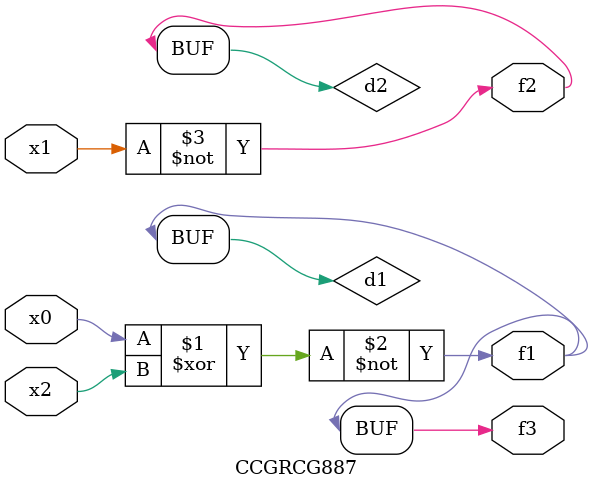
<source format=v>
module CCGRCG887(
	input x0, x1, x2,
	output f1, f2, f3
);

	wire d1, d2, d3;

	xnor (d1, x0, x2);
	nand (d2, x1);
	nor (d3, x1, x2);
	assign f1 = d1;
	assign f2 = d2;
	assign f3 = d1;
endmodule

</source>
